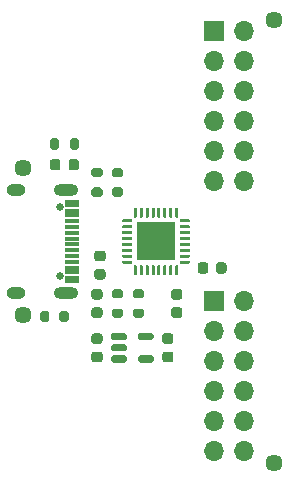
<source format=gbr>
%TF.GenerationSoftware,KiCad,Pcbnew,(5.1.9-0-10_14)*%
%TF.CreationDate,2021-02-28T11:16:04+01:00*%
%TF.ProjectId,PmodUsbUlpi,506d6f64-5573-4625-956c-70692e6b6963,1*%
%TF.SameCoordinates,Original*%
%TF.FileFunction,Soldermask,Top*%
%TF.FilePolarity,Negative*%
%FSLAX46Y46*%
G04 Gerber Fmt 4.6, Leading zero omitted, Abs format (unit mm)*
G04 Created by KiCad (PCBNEW (5.1.9-0-10_14)) date 2021-02-28 11:16:04*
%MOMM*%
%LPD*%
G01*
G04 APERTURE LIST*
%ADD10C,1.448000*%
%ADD11R,3.300000X3.300000*%
%ADD12O,1.700000X1.700000*%
%ADD13R,1.700000X1.700000*%
%ADD14R,1.150000X0.300000*%
%ADD15C,0.650000*%
%ADD16O,1.600000X1.000000*%
%ADD17O,2.100000X1.000000*%
G04 APERTURE END LIST*
D10*
%TO.C,REF\u002A\u002A*%
X140000000Y-106250000D03*
%TD*%
%TO.C,REF\u002A\u002A*%
X140000000Y-93750000D03*
%TD*%
%TO.C,REF\u002A\u002A*%
X161250000Y-118750000D03*
%TD*%
%TO.C,REF\u002A\u002A*%
X161250000Y-81250000D03*
%TD*%
%TO.C,R4*%
G36*
G01*
X145975000Y-95425000D02*
X146525000Y-95425000D01*
G75*
G02*
X146725000Y-95625000I0J-200000D01*
G01*
X146725000Y-96025000D01*
G75*
G02*
X146525000Y-96225000I-200000J0D01*
G01*
X145975000Y-96225000D01*
G75*
G02*
X145775000Y-96025000I0J200000D01*
G01*
X145775000Y-95625000D01*
G75*
G02*
X145975000Y-95425000I200000J0D01*
G01*
G37*
G36*
G01*
X145975000Y-93775000D02*
X146525000Y-93775000D01*
G75*
G02*
X146725000Y-93975000I0J-200000D01*
G01*
X146725000Y-94375000D01*
G75*
G02*
X146525000Y-94575000I-200000J0D01*
G01*
X145975000Y-94575000D01*
G75*
G02*
X145775000Y-94375000I0J200000D01*
G01*
X145775000Y-93975000D01*
G75*
G02*
X145975000Y-93775000I200000J0D01*
G01*
G37*
%TD*%
%TO.C,R3*%
G36*
G01*
X148275000Y-104825000D02*
X147725000Y-104825000D01*
G75*
G02*
X147525000Y-104625000I0J200000D01*
G01*
X147525000Y-104225000D01*
G75*
G02*
X147725000Y-104025000I200000J0D01*
G01*
X148275000Y-104025000D01*
G75*
G02*
X148475000Y-104225000I0J-200000D01*
G01*
X148475000Y-104625000D01*
G75*
G02*
X148275000Y-104825000I-200000J0D01*
G01*
G37*
G36*
G01*
X148275000Y-106475000D02*
X147725000Y-106475000D01*
G75*
G02*
X147525000Y-106275000I0J200000D01*
G01*
X147525000Y-105875000D01*
G75*
G02*
X147725000Y-105675000I200000J0D01*
G01*
X148275000Y-105675000D01*
G75*
G02*
X148475000Y-105875000I0J-200000D01*
G01*
X148475000Y-106275000D01*
G75*
G02*
X148275000Y-106475000I-200000J0D01*
G01*
G37*
%TD*%
D11*
%TO.C,U2*%
X151250000Y-100000000D03*
G36*
G01*
X153125000Y-102062500D02*
X153125000Y-102812500D01*
G75*
G02*
X153062500Y-102875000I-62500J0D01*
G01*
X152937500Y-102875000D01*
G75*
G02*
X152875000Y-102812500I0J62500D01*
G01*
X152875000Y-102062500D01*
G75*
G02*
X152937500Y-102000000I62500J0D01*
G01*
X153062500Y-102000000D01*
G75*
G02*
X153125000Y-102062500I0J-62500D01*
G01*
G37*
G36*
G01*
X152625000Y-102062500D02*
X152625000Y-102812500D01*
G75*
G02*
X152562500Y-102875000I-62500J0D01*
G01*
X152437500Y-102875000D01*
G75*
G02*
X152375000Y-102812500I0J62500D01*
G01*
X152375000Y-102062500D01*
G75*
G02*
X152437500Y-102000000I62500J0D01*
G01*
X152562500Y-102000000D01*
G75*
G02*
X152625000Y-102062500I0J-62500D01*
G01*
G37*
G36*
G01*
X152125000Y-102062500D02*
X152125000Y-102812500D01*
G75*
G02*
X152062500Y-102875000I-62500J0D01*
G01*
X151937500Y-102875000D01*
G75*
G02*
X151875000Y-102812500I0J62500D01*
G01*
X151875000Y-102062500D01*
G75*
G02*
X151937500Y-102000000I62500J0D01*
G01*
X152062500Y-102000000D01*
G75*
G02*
X152125000Y-102062500I0J-62500D01*
G01*
G37*
G36*
G01*
X151625000Y-102062500D02*
X151625000Y-102812500D01*
G75*
G02*
X151562500Y-102875000I-62500J0D01*
G01*
X151437500Y-102875000D01*
G75*
G02*
X151375000Y-102812500I0J62500D01*
G01*
X151375000Y-102062500D01*
G75*
G02*
X151437500Y-102000000I62500J0D01*
G01*
X151562500Y-102000000D01*
G75*
G02*
X151625000Y-102062500I0J-62500D01*
G01*
G37*
G36*
G01*
X151125000Y-102062500D02*
X151125000Y-102812500D01*
G75*
G02*
X151062500Y-102875000I-62500J0D01*
G01*
X150937500Y-102875000D01*
G75*
G02*
X150875000Y-102812500I0J62500D01*
G01*
X150875000Y-102062500D01*
G75*
G02*
X150937500Y-102000000I62500J0D01*
G01*
X151062500Y-102000000D01*
G75*
G02*
X151125000Y-102062500I0J-62500D01*
G01*
G37*
G36*
G01*
X150625000Y-102062500D02*
X150625000Y-102812500D01*
G75*
G02*
X150562500Y-102875000I-62500J0D01*
G01*
X150437500Y-102875000D01*
G75*
G02*
X150375000Y-102812500I0J62500D01*
G01*
X150375000Y-102062500D01*
G75*
G02*
X150437500Y-102000000I62500J0D01*
G01*
X150562500Y-102000000D01*
G75*
G02*
X150625000Y-102062500I0J-62500D01*
G01*
G37*
G36*
G01*
X150125000Y-102062500D02*
X150125000Y-102812500D01*
G75*
G02*
X150062500Y-102875000I-62500J0D01*
G01*
X149937500Y-102875000D01*
G75*
G02*
X149875000Y-102812500I0J62500D01*
G01*
X149875000Y-102062500D01*
G75*
G02*
X149937500Y-102000000I62500J0D01*
G01*
X150062500Y-102000000D01*
G75*
G02*
X150125000Y-102062500I0J-62500D01*
G01*
G37*
G36*
G01*
X149625000Y-102062500D02*
X149625000Y-102812500D01*
G75*
G02*
X149562500Y-102875000I-62500J0D01*
G01*
X149437500Y-102875000D01*
G75*
G02*
X149375000Y-102812500I0J62500D01*
G01*
X149375000Y-102062500D01*
G75*
G02*
X149437500Y-102000000I62500J0D01*
G01*
X149562500Y-102000000D01*
G75*
G02*
X149625000Y-102062500I0J-62500D01*
G01*
G37*
G36*
G01*
X149250000Y-101687500D02*
X149250000Y-101812500D01*
G75*
G02*
X149187500Y-101875000I-62500J0D01*
G01*
X148437500Y-101875000D01*
G75*
G02*
X148375000Y-101812500I0J62500D01*
G01*
X148375000Y-101687500D01*
G75*
G02*
X148437500Y-101625000I62500J0D01*
G01*
X149187500Y-101625000D01*
G75*
G02*
X149250000Y-101687500I0J-62500D01*
G01*
G37*
G36*
G01*
X149250000Y-101187500D02*
X149250000Y-101312500D01*
G75*
G02*
X149187500Y-101375000I-62500J0D01*
G01*
X148437500Y-101375000D01*
G75*
G02*
X148375000Y-101312500I0J62500D01*
G01*
X148375000Y-101187500D01*
G75*
G02*
X148437500Y-101125000I62500J0D01*
G01*
X149187500Y-101125000D01*
G75*
G02*
X149250000Y-101187500I0J-62500D01*
G01*
G37*
G36*
G01*
X149250000Y-100687500D02*
X149250000Y-100812500D01*
G75*
G02*
X149187500Y-100875000I-62500J0D01*
G01*
X148437500Y-100875000D01*
G75*
G02*
X148375000Y-100812500I0J62500D01*
G01*
X148375000Y-100687500D01*
G75*
G02*
X148437500Y-100625000I62500J0D01*
G01*
X149187500Y-100625000D01*
G75*
G02*
X149250000Y-100687500I0J-62500D01*
G01*
G37*
G36*
G01*
X149250000Y-100187500D02*
X149250000Y-100312500D01*
G75*
G02*
X149187500Y-100375000I-62500J0D01*
G01*
X148437500Y-100375000D01*
G75*
G02*
X148375000Y-100312500I0J62500D01*
G01*
X148375000Y-100187500D01*
G75*
G02*
X148437500Y-100125000I62500J0D01*
G01*
X149187500Y-100125000D01*
G75*
G02*
X149250000Y-100187500I0J-62500D01*
G01*
G37*
G36*
G01*
X149250000Y-99687500D02*
X149250000Y-99812500D01*
G75*
G02*
X149187500Y-99875000I-62500J0D01*
G01*
X148437500Y-99875000D01*
G75*
G02*
X148375000Y-99812500I0J62500D01*
G01*
X148375000Y-99687500D01*
G75*
G02*
X148437500Y-99625000I62500J0D01*
G01*
X149187500Y-99625000D01*
G75*
G02*
X149250000Y-99687500I0J-62500D01*
G01*
G37*
G36*
G01*
X149250000Y-99187500D02*
X149250000Y-99312500D01*
G75*
G02*
X149187500Y-99375000I-62500J0D01*
G01*
X148437500Y-99375000D01*
G75*
G02*
X148375000Y-99312500I0J62500D01*
G01*
X148375000Y-99187500D01*
G75*
G02*
X148437500Y-99125000I62500J0D01*
G01*
X149187500Y-99125000D01*
G75*
G02*
X149250000Y-99187500I0J-62500D01*
G01*
G37*
G36*
G01*
X149250000Y-98687500D02*
X149250000Y-98812500D01*
G75*
G02*
X149187500Y-98875000I-62500J0D01*
G01*
X148437500Y-98875000D01*
G75*
G02*
X148375000Y-98812500I0J62500D01*
G01*
X148375000Y-98687500D01*
G75*
G02*
X148437500Y-98625000I62500J0D01*
G01*
X149187500Y-98625000D01*
G75*
G02*
X149250000Y-98687500I0J-62500D01*
G01*
G37*
G36*
G01*
X149250000Y-98187500D02*
X149250000Y-98312500D01*
G75*
G02*
X149187500Y-98375000I-62500J0D01*
G01*
X148437500Y-98375000D01*
G75*
G02*
X148375000Y-98312500I0J62500D01*
G01*
X148375000Y-98187500D01*
G75*
G02*
X148437500Y-98125000I62500J0D01*
G01*
X149187500Y-98125000D01*
G75*
G02*
X149250000Y-98187500I0J-62500D01*
G01*
G37*
G36*
G01*
X149625000Y-97187500D02*
X149625000Y-97937500D01*
G75*
G02*
X149562500Y-98000000I-62500J0D01*
G01*
X149437500Y-98000000D01*
G75*
G02*
X149375000Y-97937500I0J62500D01*
G01*
X149375000Y-97187500D01*
G75*
G02*
X149437500Y-97125000I62500J0D01*
G01*
X149562500Y-97125000D01*
G75*
G02*
X149625000Y-97187500I0J-62500D01*
G01*
G37*
G36*
G01*
X150125000Y-97187500D02*
X150125000Y-97937500D01*
G75*
G02*
X150062500Y-98000000I-62500J0D01*
G01*
X149937500Y-98000000D01*
G75*
G02*
X149875000Y-97937500I0J62500D01*
G01*
X149875000Y-97187500D01*
G75*
G02*
X149937500Y-97125000I62500J0D01*
G01*
X150062500Y-97125000D01*
G75*
G02*
X150125000Y-97187500I0J-62500D01*
G01*
G37*
G36*
G01*
X150625000Y-97187500D02*
X150625000Y-97937500D01*
G75*
G02*
X150562500Y-98000000I-62500J0D01*
G01*
X150437500Y-98000000D01*
G75*
G02*
X150375000Y-97937500I0J62500D01*
G01*
X150375000Y-97187500D01*
G75*
G02*
X150437500Y-97125000I62500J0D01*
G01*
X150562500Y-97125000D01*
G75*
G02*
X150625000Y-97187500I0J-62500D01*
G01*
G37*
G36*
G01*
X151125000Y-97187500D02*
X151125000Y-97937500D01*
G75*
G02*
X151062500Y-98000000I-62500J0D01*
G01*
X150937500Y-98000000D01*
G75*
G02*
X150875000Y-97937500I0J62500D01*
G01*
X150875000Y-97187500D01*
G75*
G02*
X150937500Y-97125000I62500J0D01*
G01*
X151062500Y-97125000D01*
G75*
G02*
X151125000Y-97187500I0J-62500D01*
G01*
G37*
G36*
G01*
X151625000Y-97187500D02*
X151625000Y-97937500D01*
G75*
G02*
X151562500Y-98000000I-62500J0D01*
G01*
X151437500Y-98000000D01*
G75*
G02*
X151375000Y-97937500I0J62500D01*
G01*
X151375000Y-97187500D01*
G75*
G02*
X151437500Y-97125000I62500J0D01*
G01*
X151562500Y-97125000D01*
G75*
G02*
X151625000Y-97187500I0J-62500D01*
G01*
G37*
G36*
G01*
X152125000Y-97187500D02*
X152125000Y-97937500D01*
G75*
G02*
X152062500Y-98000000I-62500J0D01*
G01*
X151937500Y-98000000D01*
G75*
G02*
X151875000Y-97937500I0J62500D01*
G01*
X151875000Y-97187500D01*
G75*
G02*
X151937500Y-97125000I62500J0D01*
G01*
X152062500Y-97125000D01*
G75*
G02*
X152125000Y-97187500I0J-62500D01*
G01*
G37*
G36*
G01*
X152625000Y-97187500D02*
X152625000Y-97937500D01*
G75*
G02*
X152562500Y-98000000I-62500J0D01*
G01*
X152437500Y-98000000D01*
G75*
G02*
X152375000Y-97937500I0J62500D01*
G01*
X152375000Y-97187500D01*
G75*
G02*
X152437500Y-97125000I62500J0D01*
G01*
X152562500Y-97125000D01*
G75*
G02*
X152625000Y-97187500I0J-62500D01*
G01*
G37*
G36*
G01*
X153125000Y-97187500D02*
X153125000Y-97937500D01*
G75*
G02*
X153062500Y-98000000I-62500J0D01*
G01*
X152937500Y-98000000D01*
G75*
G02*
X152875000Y-97937500I0J62500D01*
G01*
X152875000Y-97187500D01*
G75*
G02*
X152937500Y-97125000I62500J0D01*
G01*
X153062500Y-97125000D01*
G75*
G02*
X153125000Y-97187500I0J-62500D01*
G01*
G37*
G36*
G01*
X154125000Y-98187500D02*
X154125000Y-98312500D01*
G75*
G02*
X154062500Y-98375000I-62500J0D01*
G01*
X153312500Y-98375000D01*
G75*
G02*
X153250000Y-98312500I0J62500D01*
G01*
X153250000Y-98187500D01*
G75*
G02*
X153312500Y-98125000I62500J0D01*
G01*
X154062500Y-98125000D01*
G75*
G02*
X154125000Y-98187500I0J-62500D01*
G01*
G37*
G36*
G01*
X154125000Y-98687500D02*
X154125000Y-98812500D01*
G75*
G02*
X154062500Y-98875000I-62500J0D01*
G01*
X153312500Y-98875000D01*
G75*
G02*
X153250000Y-98812500I0J62500D01*
G01*
X153250000Y-98687500D01*
G75*
G02*
X153312500Y-98625000I62500J0D01*
G01*
X154062500Y-98625000D01*
G75*
G02*
X154125000Y-98687500I0J-62500D01*
G01*
G37*
G36*
G01*
X154125000Y-99187500D02*
X154125000Y-99312500D01*
G75*
G02*
X154062500Y-99375000I-62500J0D01*
G01*
X153312500Y-99375000D01*
G75*
G02*
X153250000Y-99312500I0J62500D01*
G01*
X153250000Y-99187500D01*
G75*
G02*
X153312500Y-99125000I62500J0D01*
G01*
X154062500Y-99125000D01*
G75*
G02*
X154125000Y-99187500I0J-62500D01*
G01*
G37*
G36*
G01*
X154125000Y-99687500D02*
X154125000Y-99812500D01*
G75*
G02*
X154062500Y-99875000I-62500J0D01*
G01*
X153312500Y-99875000D01*
G75*
G02*
X153250000Y-99812500I0J62500D01*
G01*
X153250000Y-99687500D01*
G75*
G02*
X153312500Y-99625000I62500J0D01*
G01*
X154062500Y-99625000D01*
G75*
G02*
X154125000Y-99687500I0J-62500D01*
G01*
G37*
G36*
G01*
X154125000Y-100187500D02*
X154125000Y-100312500D01*
G75*
G02*
X154062500Y-100375000I-62500J0D01*
G01*
X153312500Y-100375000D01*
G75*
G02*
X153250000Y-100312500I0J62500D01*
G01*
X153250000Y-100187500D01*
G75*
G02*
X153312500Y-100125000I62500J0D01*
G01*
X154062500Y-100125000D01*
G75*
G02*
X154125000Y-100187500I0J-62500D01*
G01*
G37*
G36*
G01*
X154125000Y-100687500D02*
X154125000Y-100812500D01*
G75*
G02*
X154062500Y-100875000I-62500J0D01*
G01*
X153312500Y-100875000D01*
G75*
G02*
X153250000Y-100812500I0J62500D01*
G01*
X153250000Y-100687500D01*
G75*
G02*
X153312500Y-100625000I62500J0D01*
G01*
X154062500Y-100625000D01*
G75*
G02*
X154125000Y-100687500I0J-62500D01*
G01*
G37*
G36*
G01*
X154125000Y-101187500D02*
X154125000Y-101312500D01*
G75*
G02*
X154062500Y-101375000I-62500J0D01*
G01*
X153312500Y-101375000D01*
G75*
G02*
X153250000Y-101312500I0J62500D01*
G01*
X153250000Y-101187500D01*
G75*
G02*
X153312500Y-101125000I62500J0D01*
G01*
X154062500Y-101125000D01*
G75*
G02*
X154125000Y-101187500I0J-62500D01*
G01*
G37*
G36*
G01*
X154125000Y-101687500D02*
X154125000Y-101812500D01*
G75*
G02*
X154062500Y-101875000I-62500J0D01*
G01*
X153312500Y-101875000D01*
G75*
G02*
X153250000Y-101812500I0J62500D01*
G01*
X153250000Y-101687500D01*
G75*
G02*
X153312500Y-101625000I62500J0D01*
G01*
X154062500Y-101625000D01*
G75*
G02*
X154125000Y-101687500I0J-62500D01*
G01*
G37*
%TD*%
%TO.C,U1*%
G36*
G01*
X149725000Y-108200000D02*
X149725000Y-107900000D01*
G75*
G02*
X149875000Y-107750000I150000J0D01*
G01*
X150900000Y-107750000D01*
G75*
G02*
X151050000Y-107900000I0J-150000D01*
G01*
X151050000Y-108200000D01*
G75*
G02*
X150900000Y-108350000I-150000J0D01*
G01*
X149875000Y-108350000D01*
G75*
G02*
X149725000Y-108200000I0J150000D01*
G01*
G37*
G36*
G01*
X149725000Y-110100000D02*
X149725000Y-109800000D01*
G75*
G02*
X149875000Y-109650000I150000J0D01*
G01*
X150900000Y-109650000D01*
G75*
G02*
X151050000Y-109800000I0J-150000D01*
G01*
X151050000Y-110100000D01*
G75*
G02*
X150900000Y-110250000I-150000J0D01*
G01*
X149875000Y-110250000D01*
G75*
G02*
X149725000Y-110100000I0J150000D01*
G01*
G37*
G36*
G01*
X147450000Y-110100000D02*
X147450000Y-109800000D01*
G75*
G02*
X147600000Y-109650000I150000J0D01*
G01*
X148625000Y-109650000D01*
G75*
G02*
X148775000Y-109800000I0J-150000D01*
G01*
X148775000Y-110100000D01*
G75*
G02*
X148625000Y-110250000I-150000J0D01*
G01*
X147600000Y-110250000D01*
G75*
G02*
X147450000Y-110100000I0J150000D01*
G01*
G37*
G36*
G01*
X147450000Y-109150000D02*
X147450000Y-108850000D01*
G75*
G02*
X147600000Y-108700000I150000J0D01*
G01*
X148625000Y-108700000D01*
G75*
G02*
X148775000Y-108850000I0J-150000D01*
G01*
X148775000Y-109150000D01*
G75*
G02*
X148625000Y-109300000I-150000J0D01*
G01*
X147600000Y-109300000D01*
G75*
G02*
X147450000Y-109150000I0J150000D01*
G01*
G37*
G36*
G01*
X147450000Y-108200000D02*
X147450000Y-107900000D01*
G75*
G02*
X147600000Y-107750000I150000J0D01*
G01*
X148625000Y-107750000D01*
G75*
G02*
X148775000Y-107900000I0J-150000D01*
G01*
X148775000Y-108200000D01*
G75*
G02*
X148625000Y-108350000I-150000J0D01*
G01*
X147600000Y-108350000D01*
G75*
G02*
X147450000Y-108200000I0J150000D01*
G01*
G37*
%TD*%
%TO.C,R5*%
G36*
G01*
X149475000Y-105675000D02*
X150025000Y-105675000D01*
G75*
G02*
X150225000Y-105875000I0J-200000D01*
G01*
X150225000Y-106275000D01*
G75*
G02*
X150025000Y-106475000I-200000J0D01*
G01*
X149475000Y-106475000D01*
G75*
G02*
X149275000Y-106275000I0J200000D01*
G01*
X149275000Y-105875000D01*
G75*
G02*
X149475000Y-105675000I200000J0D01*
G01*
G37*
G36*
G01*
X149475000Y-104025000D02*
X150025000Y-104025000D01*
G75*
G02*
X150225000Y-104225000I0J-200000D01*
G01*
X150225000Y-104625000D01*
G75*
G02*
X150025000Y-104825000I-200000J0D01*
G01*
X149475000Y-104825000D01*
G75*
G02*
X149275000Y-104625000I0J200000D01*
G01*
X149275000Y-104225000D01*
G75*
G02*
X149475000Y-104025000I200000J0D01*
G01*
G37*
%TD*%
%TO.C,C5*%
G36*
G01*
X152750000Y-105575000D02*
X153250000Y-105575000D01*
G75*
G02*
X153475000Y-105800000I0J-225000D01*
G01*
X153475000Y-106250000D01*
G75*
G02*
X153250000Y-106475000I-225000J0D01*
G01*
X152750000Y-106475000D01*
G75*
G02*
X152525000Y-106250000I0J225000D01*
G01*
X152525000Y-105800000D01*
G75*
G02*
X152750000Y-105575000I225000J0D01*
G01*
G37*
G36*
G01*
X152750000Y-104025000D02*
X153250000Y-104025000D01*
G75*
G02*
X153475000Y-104250000I0J-225000D01*
G01*
X153475000Y-104700000D01*
G75*
G02*
X153250000Y-104925000I-225000J0D01*
G01*
X152750000Y-104925000D01*
G75*
G02*
X152525000Y-104700000I0J225000D01*
G01*
X152525000Y-104250000D01*
G75*
G02*
X152750000Y-104025000I225000J0D01*
G01*
G37*
%TD*%
%TO.C,C4*%
G36*
G01*
X146250000Y-102325000D02*
X146750000Y-102325000D01*
G75*
G02*
X146975000Y-102550000I0J-225000D01*
G01*
X146975000Y-103000000D01*
G75*
G02*
X146750000Y-103225000I-225000J0D01*
G01*
X146250000Y-103225000D01*
G75*
G02*
X146025000Y-103000000I0J225000D01*
G01*
X146025000Y-102550000D01*
G75*
G02*
X146250000Y-102325000I225000J0D01*
G01*
G37*
G36*
G01*
X146250000Y-100775000D02*
X146750000Y-100775000D01*
G75*
G02*
X146975000Y-101000000I0J-225000D01*
G01*
X146975000Y-101450000D01*
G75*
G02*
X146750000Y-101675000I-225000J0D01*
G01*
X146250000Y-101675000D01*
G75*
G02*
X146025000Y-101450000I0J225000D01*
G01*
X146025000Y-101000000D01*
G75*
G02*
X146250000Y-100775000I225000J0D01*
G01*
G37*
%TD*%
%TO.C,C3*%
G36*
G01*
X156325000Y-102500000D02*
X156325000Y-102000000D01*
G75*
G02*
X156550000Y-101775000I225000J0D01*
G01*
X157000000Y-101775000D01*
G75*
G02*
X157225000Y-102000000I0J-225000D01*
G01*
X157225000Y-102500000D01*
G75*
G02*
X157000000Y-102725000I-225000J0D01*
G01*
X156550000Y-102725000D01*
G75*
G02*
X156325000Y-102500000I0J225000D01*
G01*
G37*
G36*
G01*
X154775000Y-102500000D02*
X154775000Y-102000000D01*
G75*
G02*
X155000000Y-101775000I225000J0D01*
G01*
X155450000Y-101775000D01*
G75*
G02*
X155675000Y-102000000I0J-225000D01*
G01*
X155675000Y-102500000D01*
G75*
G02*
X155450000Y-102725000I-225000J0D01*
G01*
X155000000Y-102725000D01*
G75*
G02*
X154775000Y-102500000I0J225000D01*
G01*
G37*
%TD*%
%TO.C,C2*%
G36*
G01*
X152000000Y-109325000D02*
X152500000Y-109325000D01*
G75*
G02*
X152725000Y-109550000I0J-225000D01*
G01*
X152725000Y-110000000D01*
G75*
G02*
X152500000Y-110225000I-225000J0D01*
G01*
X152000000Y-110225000D01*
G75*
G02*
X151775000Y-110000000I0J225000D01*
G01*
X151775000Y-109550000D01*
G75*
G02*
X152000000Y-109325000I225000J0D01*
G01*
G37*
G36*
G01*
X152000000Y-107775000D02*
X152500000Y-107775000D01*
G75*
G02*
X152725000Y-108000000I0J-225000D01*
G01*
X152725000Y-108450000D01*
G75*
G02*
X152500000Y-108675000I-225000J0D01*
G01*
X152000000Y-108675000D01*
G75*
G02*
X151775000Y-108450000I0J225000D01*
G01*
X151775000Y-108000000D01*
G75*
G02*
X152000000Y-107775000I225000J0D01*
G01*
G37*
%TD*%
%TO.C,C1*%
G36*
G01*
X146000000Y-109325000D02*
X146500000Y-109325000D01*
G75*
G02*
X146725000Y-109550000I0J-225000D01*
G01*
X146725000Y-110000000D01*
G75*
G02*
X146500000Y-110225000I-225000J0D01*
G01*
X146000000Y-110225000D01*
G75*
G02*
X145775000Y-110000000I0J225000D01*
G01*
X145775000Y-109550000D01*
G75*
G02*
X146000000Y-109325000I225000J0D01*
G01*
G37*
G36*
G01*
X146000000Y-107775000D02*
X146500000Y-107775000D01*
G75*
G02*
X146725000Y-108000000I0J-225000D01*
G01*
X146725000Y-108450000D01*
G75*
G02*
X146500000Y-108675000I-225000J0D01*
G01*
X146000000Y-108675000D01*
G75*
G02*
X145775000Y-108450000I0J225000D01*
G01*
X145775000Y-108000000D01*
G75*
G02*
X146000000Y-107775000I225000J0D01*
G01*
G37*
%TD*%
%TO.C,D1*%
G36*
G01*
X143150000Y-93243750D02*
X143150000Y-93756250D01*
G75*
G02*
X142931250Y-93975000I-218750J0D01*
G01*
X142493750Y-93975000D01*
G75*
G02*
X142275000Y-93756250I0J218750D01*
G01*
X142275000Y-93243750D01*
G75*
G02*
X142493750Y-93025000I218750J0D01*
G01*
X142931250Y-93025000D01*
G75*
G02*
X143150000Y-93243750I0J-218750D01*
G01*
G37*
G36*
G01*
X144725000Y-93243750D02*
X144725000Y-93756250D01*
G75*
G02*
X144506250Y-93975000I-218750J0D01*
G01*
X144068750Y-93975000D01*
G75*
G02*
X143850000Y-93756250I0J218750D01*
G01*
X143850000Y-93243750D01*
G75*
G02*
X144068750Y-93025000I218750J0D01*
G01*
X144506250Y-93025000D01*
G75*
G02*
X144725000Y-93243750I0J-218750D01*
G01*
G37*
%TD*%
D12*
%TO.C,J3*%
X158690000Y-94920000D03*
X156150000Y-94920000D03*
X158690000Y-92380000D03*
X156150000Y-92380000D03*
X158690000Y-89840000D03*
X156150000Y-89840000D03*
X158690000Y-87300000D03*
X156150000Y-87300000D03*
X158690000Y-84760000D03*
X156150000Y-84760000D03*
X158690000Y-82220000D03*
D13*
X156150000Y-82220000D03*
%TD*%
D12*
%TO.C,J2*%
X158690000Y-117780000D03*
X156150000Y-117780000D03*
X158690000Y-115240000D03*
X156150000Y-115240000D03*
X158690000Y-112700000D03*
X156150000Y-112700000D03*
X158690000Y-110160000D03*
X156150000Y-110160000D03*
X158690000Y-107620000D03*
X156150000Y-107620000D03*
X158690000Y-105080000D03*
D13*
X156150000Y-105080000D03*
%TD*%
%TO.C,C8*%
G36*
G01*
X146500000Y-104925000D02*
X146000000Y-104925000D01*
G75*
G02*
X145775000Y-104700000I0J225000D01*
G01*
X145775000Y-104250000D01*
G75*
G02*
X146000000Y-104025000I225000J0D01*
G01*
X146500000Y-104025000D01*
G75*
G02*
X146725000Y-104250000I0J-225000D01*
G01*
X146725000Y-104700000D01*
G75*
G02*
X146500000Y-104925000I-225000J0D01*
G01*
G37*
G36*
G01*
X146500000Y-106475000D02*
X146000000Y-106475000D01*
G75*
G02*
X145775000Y-106250000I0J225000D01*
G01*
X145775000Y-105800000D01*
G75*
G02*
X146000000Y-105575000I225000J0D01*
G01*
X146500000Y-105575000D01*
G75*
G02*
X146725000Y-105800000I0J-225000D01*
G01*
X146725000Y-106250000D01*
G75*
G02*
X146500000Y-106475000I-225000J0D01*
G01*
G37*
%TD*%
%TO.C,R7*%
G36*
G01*
X143075000Y-91475000D02*
X143075000Y-92025000D01*
G75*
G02*
X142875000Y-92225000I-200000J0D01*
G01*
X142475000Y-92225000D01*
G75*
G02*
X142275000Y-92025000I0J200000D01*
G01*
X142275000Y-91475000D01*
G75*
G02*
X142475000Y-91275000I200000J0D01*
G01*
X142875000Y-91275000D01*
G75*
G02*
X143075000Y-91475000I0J-200000D01*
G01*
G37*
G36*
G01*
X144725000Y-91475000D02*
X144725000Y-92025000D01*
G75*
G02*
X144525000Y-92225000I-200000J0D01*
G01*
X144125000Y-92225000D01*
G75*
G02*
X143925000Y-92025000I0J200000D01*
G01*
X143925000Y-91475000D01*
G75*
G02*
X144125000Y-91275000I200000J0D01*
G01*
X144525000Y-91275000D01*
G75*
G02*
X144725000Y-91475000I0J-200000D01*
G01*
G37*
%TD*%
%TO.C,R2*%
G36*
G01*
X148275000Y-94575000D02*
X147725000Y-94575000D01*
G75*
G02*
X147525000Y-94375000I0J200000D01*
G01*
X147525000Y-93975000D01*
G75*
G02*
X147725000Y-93775000I200000J0D01*
G01*
X148275000Y-93775000D01*
G75*
G02*
X148475000Y-93975000I0J-200000D01*
G01*
X148475000Y-94375000D01*
G75*
G02*
X148275000Y-94575000I-200000J0D01*
G01*
G37*
G36*
G01*
X148275000Y-96225000D02*
X147725000Y-96225000D01*
G75*
G02*
X147525000Y-96025000I0J200000D01*
G01*
X147525000Y-95625000D01*
G75*
G02*
X147725000Y-95425000I200000J0D01*
G01*
X148275000Y-95425000D01*
G75*
G02*
X148475000Y-95625000I0J-200000D01*
G01*
X148475000Y-96025000D01*
G75*
G02*
X148275000Y-96225000I-200000J0D01*
G01*
G37*
%TD*%
%TO.C,R1*%
G36*
G01*
X142225000Y-106075000D02*
X142225000Y-106625000D01*
G75*
G02*
X142025000Y-106825000I-200000J0D01*
G01*
X141625000Y-106825000D01*
G75*
G02*
X141425000Y-106625000I0J200000D01*
G01*
X141425000Y-106075000D01*
G75*
G02*
X141625000Y-105875000I200000J0D01*
G01*
X142025000Y-105875000D01*
G75*
G02*
X142225000Y-106075000I0J-200000D01*
G01*
G37*
G36*
G01*
X143875000Y-106075000D02*
X143875000Y-106625000D01*
G75*
G02*
X143675000Y-106825000I-200000J0D01*
G01*
X143275000Y-106825000D01*
G75*
G02*
X143075000Y-106625000I0J200000D01*
G01*
X143075000Y-106075000D01*
G75*
G02*
X143275000Y-105875000I200000J0D01*
G01*
X143675000Y-105875000D01*
G75*
G02*
X143875000Y-106075000I0J-200000D01*
G01*
G37*
%TD*%
D14*
%TO.C,J1*%
X144170000Y-103350000D03*
X144170000Y-102550000D03*
X144170000Y-97750000D03*
X144170000Y-96950000D03*
X144170000Y-96650000D03*
X144170000Y-97450000D03*
X144170000Y-98250000D03*
X144170000Y-98750000D03*
X144170000Y-99250000D03*
X144170000Y-99750000D03*
X144170000Y-100250000D03*
X144170000Y-100750000D03*
X144170000Y-101250000D03*
X144170000Y-101750000D03*
X144170000Y-102250000D03*
X144170000Y-103050000D03*
D15*
X143105000Y-97110000D03*
X143105000Y-102890000D03*
D16*
X139425000Y-104320000D03*
X139425000Y-95680000D03*
D17*
X143605000Y-104320000D03*
X143605000Y-95680000D03*
%TD*%
M02*

</source>
